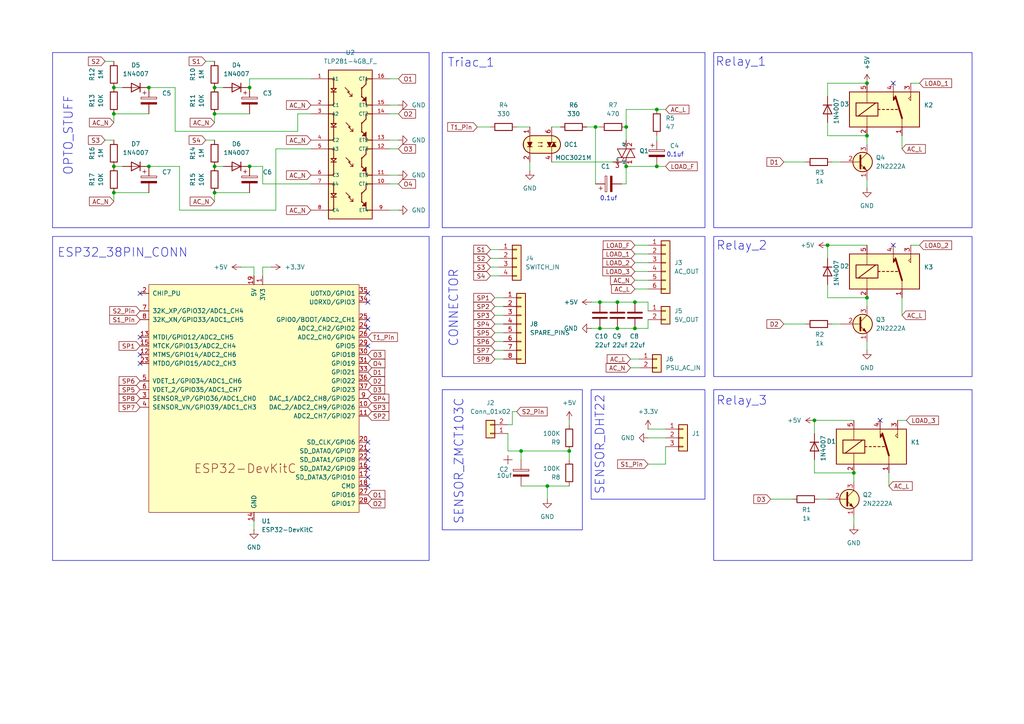
<source format=kicad_sch>
(kicad_sch (version 20231120) (generator "eeschema") (generator_version "8.0")
  (paper "A4")
  (junction (at 190.5 31.75))
  (junction (at 165.1 130.81))
  (junction (at 33.02 25.4))
  (junction (at 43.18 25.4))
  (junction (at 62.23 33.02))
  (junction (at 236.22 121.92))
  (junction (at 184.15 95.25))
  (junction (at 251.46 24.13))
  (junction (at 62.23 55.88))
  (junction (at 179.07 87.63))
  (junction (at 62.23 48.26))
  (junction (at 33.02 55.88))
  (junction (at 158.75 140.97))
  (junction (at 247.65 137.16))
  (junction (at 173.99 87.63))
  (junction (at 190.5 48.26))
  (junction (at 181.61 36.83))
  (junction (at 179.07 95.25))
  (junction (at 43.18 48.26))
  (junction (at 33.02 48.26))
  (junction (at 173.99 95.25))
  (junction (at 172.72 36.83))
  (junction (at 33.02 33.02))
  (junction (at 72.39 48.26))
  (junction (at 240.03 71.12))
  (junction (at 72.39 25.4))
  (junction (at 251.46 39.37))
  (junction (at 151.13 130.81))
  (junction (at 62.23 25.4))
  (junction (at 251.46 86.36))
  (junction (at 184.15 87.63))
  (junction (at 181.61 48.26))
  (no_connect (at 106.68 85.09))
  (no_connect (at 106.68 135.89))
  (no_connect (at 106.68 133.35))
  (no_connect (at 255.27 121.92))
  (no_connect (at 40.64 85.09))
  (no_connect (at 259.08 71.12))
  (no_connect (at 106.68 140.97))
  (no_connect (at 106.68 95.25))
  (no_connect (at 106.68 87.63))
  (no_connect (at 106.68 128.27))
  (no_connect (at 40.64 102.87))
  (no_connect (at 106.68 92.71))
  (no_connect (at 40.64 97.79))
  (no_connect (at 106.68 130.81))
  (no_connect (at 106.68 100.33))
  (no_connect (at 40.64 105.41))
  (no_connect (at 259.08 24.13))
  (no_connect (at 106.68 138.43))
  (wire (pts (xy 33.02 33.02) (xy 43.18 33.02)))
  (wire (pts (xy 240.03 27.94) (xy 240.03 24.13)))
  (wire (pts (xy 52.07 48.26) (xy 43.18 48.26)))
  (wire (pts (xy 113.03 43.18) (xy 115.57 43.18)))
  (wire (pts (xy 179.07 95.25) (xy 184.15 95.25)))
  (wire (pts (xy 236.22 137.16) (xy 247.65 137.16)))
  (wire (pts (xy 90.17 33.02) (xy 86.36 33.02)))
  (wire (pts (xy 33.02 55.88) (xy 33.02 58.42)))
  (wire (pts (xy 179.07 87.63) (xy 184.15 87.63)))
  (wire (pts (xy 143.51 86.36) (xy 146.05 86.36)))
  (wire (pts (xy 142.24 72.39) (xy 144.78 72.39)))
  (wire (pts (xy 33.02 25.4) (xy 35.56 25.4)))
  (wire (pts (xy 187.96 134.62) (xy 193.04 134.62)))
  (wire (pts (xy 62.23 33.02) (xy 62.23 35.56)))
  (wire (pts (xy 142.24 80.01) (xy 144.78 80.01)))
  (wire (pts (xy 165.1 130.81) (xy 165.1 133.35)))
  (wire (pts (xy 30.48 17.78) (xy 33.02 17.78)))
  (wire (pts (xy 251.46 86.36) (xy 251.46 88.9)))
  (wire (pts (xy 240.03 35.56) (xy 240.03 39.37)))
  (wire (pts (xy 113.03 30.48) (xy 115.57 30.48)))
  (wire (pts (xy 251.46 52.07) (xy 251.46 54.61)))
  (wire (pts (xy 72.39 22.86) (xy 72.39 25.4)))
  (wire (pts (xy 181.61 31.75) (xy 181.61 36.83)))
  (wire (pts (xy 151.13 140.97) (xy 158.75 140.97)))
  (wire (pts (xy 143.51 91.44) (xy 146.05 91.44)))
  (wire (pts (xy 247.65 149.86) (xy 247.65 152.4)))
  (wire (pts (xy 251.46 99.06) (xy 251.46 101.6)))
  (wire (pts (xy 181.61 36.83) (xy 181.61 40.64)))
  (wire (pts (xy 236.22 125.73) (xy 236.22 121.92)))
  (wire (pts (xy 240.03 74.93) (xy 240.03 71.12)))
  (wire (pts (xy 73.66 77.47) (xy 69.85 77.47)))
  (wire (pts (xy 113.03 22.86) (xy 115.57 22.86)))
  (wire (pts (xy 261.62 86.36) (xy 261.62 91.44)))
  (wire (pts (xy 76.2 53.34) (xy 76.2 48.26)))
  (wire (pts (xy 143.51 99.06) (xy 146.05 99.06)))
  (wire (pts (xy 182.88 104.14) (xy 185.42 104.14)))
  (wire (pts (xy 171.45 87.63) (xy 173.99 87.63)))
  (wire (pts (xy 261.62 39.37) (xy 261.62 43.18)))
  (wire (pts (xy 236.22 133.35) (xy 236.22 137.16)))
  (wire (pts (xy 151.13 130.81) (xy 165.1 130.81)))
  (wire (pts (xy 160.02 46.99) (xy 177.8 46.99)))
  (wire (pts (xy 153.67 46.99) (xy 153.67 49.53)))
  (wire (pts (xy 160.02 36.83) (xy 162.56 36.83)))
  (wire (pts (xy 223.52 144.78) (xy 229.87 144.78)))
  (wire (pts (xy 50.8 38.1) (xy 50.8 25.4)))
  (wire (pts (xy 59.69 40.64) (xy 62.23 40.64)))
  (wire (pts (xy 190.5 48.26) (xy 193.04 48.26)))
  (wire (pts (xy 190.5 39.37) (xy 190.5 40.64)))
  (wire (pts (xy 165.1 121.92) (xy 165.1 123.19)))
  (wire (pts (xy 184.15 95.25) (xy 187.96 95.25)))
  (wire (pts (xy 148.59 119.38) (xy 149.86 119.38)))
  (wire (pts (xy 264.16 71.12) (xy 266.7 71.12)))
  (wire (pts (xy 184.15 81.28) (xy 187.96 81.28)))
  (wire (pts (xy 172.72 36.83) (xy 172.72 53.34)))
  (wire (pts (xy 241.3 93.98) (xy 243.84 93.98)))
  (wire (pts (xy 170.18 36.83) (xy 172.72 36.83)))
  (wire (pts (xy 240.03 39.37) (xy 251.46 39.37)))
  (wire (pts (xy 184.15 76.2) (xy 187.96 76.2)))
  (wire (pts (xy 187.96 95.25) (xy 187.96 92.71)))
  (wire (pts (xy 158.75 140.97) (xy 165.1 140.97)))
  (wire (pts (xy 257.81 137.16) (xy 257.81 140.97)))
  (wire (pts (xy 142.24 77.47) (xy 144.78 77.47)))
  (wire (pts (xy 240.03 24.13) (xy 251.46 24.13)))
  (wire (pts (xy 52.07 60.96) (xy 52.07 48.26)))
  (wire (pts (xy 90.17 53.34) (xy 76.2 53.34)))
  (wire (pts (xy 73.66 151.13) (xy 73.66 153.67)))
  (wire (pts (xy 33.02 48.26) (xy 35.56 48.26)))
  (wire (pts (xy 143.51 101.6) (xy 146.05 101.6)))
  (wire (pts (xy 173.99 95.25) (xy 179.07 95.25)))
  (wire (pts (xy 187.96 124.46) (xy 193.04 124.46)))
  (wire (pts (xy 142.24 74.93) (xy 144.78 74.93)))
  (wire (pts (xy 113.03 60.96) (xy 115.57 60.96)))
  (wire (pts (xy 76.2 48.26) (xy 72.39 48.26)))
  (wire (pts (xy 184.15 78.74) (xy 187.96 78.74)))
  (wire (pts (xy 86.36 33.02) (xy 86.36 38.1)))
  (wire (pts (xy 227.33 93.98) (xy 233.68 93.98)))
  (wire (pts (xy 143.51 96.52) (xy 146.05 96.52)))
  (wire (pts (xy 190.5 31.75) (xy 193.04 31.75)))
  (wire (pts (xy 62.23 33.02) (xy 72.39 33.02)))
  (wire (pts (xy 33.02 33.02) (xy 33.02 35.56)))
  (wire (pts (xy 147.32 130.81) (xy 147.32 125.73)))
  (wire (pts (xy 86.36 38.1) (xy 50.8 38.1)))
  (wire (pts (xy 227.33 46.99) (xy 233.68 46.99)))
  (wire (pts (xy 236.22 121.92) (xy 247.65 121.92)))
  (wire (pts (xy 148.59 119.38) (xy 148.59 123.19)))
  (wire (pts (xy 73.66 80.01) (xy 73.66 77.47)))
  (wire (pts (xy 62.23 55.88) (xy 62.23 58.42)))
  (wire (pts (xy 184.15 73.66) (xy 187.96 73.66)))
  (wire (pts (xy 237.49 144.78) (xy 240.03 144.78)))
  (wire (pts (xy 78.74 77.47) (xy 76.2 77.47)))
  (wire (pts (xy 193.04 134.62) (xy 193.04 129.54)))
  (wire (pts (xy 52.07 60.96) (xy 80.01 60.96)))
  (wire (pts (xy 190.5 31.75) (xy 181.61 31.75)))
  (wire (pts (xy 59.69 17.78) (xy 62.23 17.78)))
  (wire (pts (xy 240.03 82.55) (xy 240.03 86.36)))
  (wire (pts (xy 33.02 55.88) (xy 43.18 55.88)))
  (wire (pts (xy 80.01 60.96) (xy 80.01 43.18)))
  (wire (pts (xy 241.3 46.99) (xy 243.84 46.99)))
  (wire (pts (xy 181.61 48.26) (xy 190.5 48.26)))
  (wire (pts (xy 148.59 123.19) (xy 147.32 123.19)))
  (wire (pts (xy 80.01 43.18) (xy 90.17 43.18)))
  (wire (pts (xy 149.86 36.83) (xy 153.67 36.83)))
  (wire (pts (xy 113.03 33.02) (xy 115.57 33.02)))
  (wire (pts (xy 184.15 87.63) (xy 187.96 87.63)))
  (wire (pts (xy 181.61 53.34) (xy 181.61 48.26)))
  (wire (pts (xy 247.65 137.16) (xy 247.65 139.7)))
  (wire (pts (xy 143.51 88.9) (xy 146.05 88.9)))
  (wire (pts (xy 240.03 71.12) (xy 251.46 71.12)))
  (wire (pts (xy 240.03 86.36) (xy 251.46 86.36)))
  (wire (pts (xy 62.23 48.26) (xy 64.77 48.26)))
  (wire (pts (xy 158.75 140.97) (xy 158.75 144.78)))
  (wire (pts (xy 184.15 83.82) (xy 187.96 83.82)))
  (wire (pts (xy 172.72 36.83) (xy 173.99 36.83)))
  (wire (pts (xy 113.03 53.34) (xy 115.57 53.34)))
  (wire (pts (xy 147.32 130.81) (xy 151.13 130.81)))
  (wire (pts (xy 184.15 71.12) (xy 187.96 71.12)))
  (wire (pts (xy 143.51 104.14) (xy 146.05 104.14)))
  (wire (pts (xy 64.77 25.4) (xy 62.23 25.4)))
  (wire (pts (xy 264.16 24.13) (xy 266.7 24.13)))
  (wire (pts (xy 113.03 40.64) (xy 115.57 40.64)))
  (wire (pts (xy 113.03 50.8) (xy 115.57 50.8)))
  (wire (pts (xy 30.48 40.64) (xy 33.02 40.64)))
  (wire (pts (xy 173.99 87.63) (xy 179.07 87.63)))
  (wire (pts (xy 187.96 87.63) (xy 187.96 90.17)))
  (wire (pts (xy 260.35 121.92) (xy 262.89 121.92)))
  (wire (pts (xy 151.13 130.81) (xy 151.13 133.35)))
  (wire (pts (xy 138.43 36.83) (xy 142.24 36.83)))
  (wire (pts (xy 180.34 53.34) (xy 181.61 53.34)))
  (wire (pts (xy 182.88 106.68) (xy 185.42 106.68)))
  (wire (pts (xy 62.23 55.88) (xy 72.39 55.88)))
  (wire (pts (xy 251.46 39.37) (xy 251.46 41.91)))
  (wire (pts (xy 90.17 22.86) (xy 72.39 22.86)))
  (wire (pts (xy 143.51 93.98) (xy 146.05 93.98)))
  (wire (pts (xy 76.2 77.47) (xy 76.2 80.01)))
  (wire (pts (xy 50.8 25.4) (xy 43.18 25.4)))
  (wire (pts (xy 187.96 127) (xy 193.04 127)))
  (wire (pts (xy 171.45 95.25) (xy 173.99 95.25)))
  (rectangle (start 128.27 68.58) (end 204.47 109.22))
  (rectangle (start 171.45 113.03) (end 204.47 144.78))
  (rectangle (start 15.24 15.24) (end 124.46 66.04))
  (rectangle (start 128.27 113.03) (end 168.91 153.67))
  (rectangle (start 15.24 68.58) (end 124.46 162.56))
  (rectangle (start 207.01 68.58) (end 281.94 109.22))
  (rectangle (start 207.01 113.03) (end 281.94 162.56))
  (rectangle (start 207.01 15.24) (end 281.94 66.04))
  (rectangle (start 128.27 15.24) (end 204.47 66.04))
  (text "SENSOR_DHT22" (at 173.99 129.032 90) (effects (font (size 2.54 2.54))))
  (text "0.1uf" (at 176.53 57.658 0) (effects (font (size 1.27 1.27))))
  (text "SENSOR_ZMCT103C" (at 133.096 133.858 90) (effects (font (size 2.54 2.54))))
  (text "OPTO_STUFF" (at 19.812 39.37 90) (effects (font (size 2.54 2.54))))
  (text "CONNECTOR" (at 131.572 89.408 90) (effects (font (size 2.54 2.54))))
  (text "0.1uf" (at 195.834 44.958 0) (effects (font (size 1.27 1.27))))
  (text "Relay_1" (at 214.884 18.034 0) (effects (font (size 2.54 2.54))))
  (text "Triac_1" (at 136.652 18.288 0) (effects (font (size 2.54 2.54))))
  (text "Relay_3" (at 215.138 116.332 0) (effects (font (size 2.54 2.54))))
  (text "ESP32_38PIN_CONN" (at 35.56 73.406 0) (effects (font (size 2.54 2.54))))
  (text "Relay_2\n" (at 215.138 71.374 0) (effects (font (size 2.54 2.54))))
  (global_label "LOAD_2" (shape input) (at 184.15 76.2 180) (property "Intersheetrefs" "${INTERSHEET_REFS}" (effects (hide yes))))
  (global_label "S1" (shape input) (at 59.69 17.78 180) (property "Intersheetrefs" "${INTERSHEET_REFS}" (effects (hide yes))))
  (global_label "SP7" (shape input) (at 40.64 118.11 180) (property "Intersheetrefs" "${INTERSHEET_REFS}" (effects (hide yes))))
  (global_label "S1" (shape input) (at 142.24 72.39 180) (property "Intersheetrefs" "${INTERSHEET_REFS}" (effects (hide yes))))
  (global_label "S2" (shape input) (at 30.48 17.78 180) (property "Intersheetrefs" "${INTERSHEET_REFS}" (effects (hide yes))))
  (global_label "AC_N" (shape input) (at 62.23 35.56 180) (property "Intersheetrefs" "${INTERSHEET_REFS}" (effects (hide yes))))
  (global_label "O2" (shape input) (at 115.57 33.02 0) (property "Intersheetrefs" "${INTERSHEET_REFS}" (effects (hide yes))))
  (global_label "AC_L" (shape input) (at 182.88 104.14 180) (property "Intersheetrefs" "${INTERSHEET_REFS}" (effects (hide yes))))
  (global_label "O4" (shape input) (at 106.68 105.41 0) (property "Intersheetrefs" "${INTERSHEET_REFS}" (effects (hide yes))))
  (global_label "D3" (shape input) (at 106.68 113.03 0) (property "Intersheetrefs" "${INTERSHEET_REFS}" (effects (hide yes))))
  (global_label "O4" (shape input) (at 115.57 53.34 0) (property "Intersheetrefs" "${INTERSHEET_REFS}" (effects (hide yes))))
  (global_label "D2" (shape input) (at 106.68 110.49 0) (property "Intersheetrefs" "${INTERSHEET_REFS}" (effects (hide yes))))
  (global_label "LOAD_2" (shape input) (at 266.7 71.12 0) (property "Intersheetrefs" "${INTERSHEET_REFS}" (effects (hide yes))))
  (global_label "AC_N" (shape input) (at 62.23 58.42 180) (property "Intersheetrefs" "${INTERSHEET_REFS}" (effects (hide yes))))
  (global_label "SP5" (shape input) (at 143.51 96.52 180) (property "Intersheetrefs" "${INTERSHEET_REFS}" (effects (hide yes))))
  (global_label "SP3" (shape input) (at 106.68 118.11 0) (property "Intersheetrefs" "${INTERSHEET_REFS}" (effects (hide yes))))
  (global_label "D1" (shape input) (at 227.33 46.99 180) (property "Intersheetrefs" "${INTERSHEET_REFS}" (effects (hide yes))))
  (global_label "O3" (shape input) (at 115.57 43.18 0) (property "Intersheetrefs" "${INTERSHEET_REFS}" (effects (hide yes))))
  (global_label "AC_N" (shape input) (at 90.17 50.8 180) (property "Intersheetrefs" "${INTERSHEET_REFS}" (effects (hide yes))))
  (global_label "SP3" (shape input) (at 143.51 91.44 180) (property "Intersheetrefs" "${INTERSHEET_REFS}" (effects (hide yes))))
  (global_label "SP2" (shape input) (at 106.68 120.65 0) (property "Intersheetrefs" "${INTERSHEET_REFS}" (effects (hide yes))))
  (global_label "AC_L" (shape input) (at 261.62 91.44 0) (property "Intersheetrefs" "${INTERSHEET_REFS}" (effects (hide yes))))
  (global_label "AC_N" (shape input) (at 90.17 40.64 180) (property "Intersheetrefs" "${INTERSHEET_REFS}" (effects (hide yes))))
  (global_label "SP1" (shape input) (at 143.51 86.36 180) (property "Intersheetrefs" "${INTERSHEET_REFS}" (effects (hide yes))))
  (global_label "LOAD_F" (shape input) (at 193.04 48.26 0) (property "Intersheetrefs" "${INTERSHEET_REFS}" (effects (hide yes))))
  (global_label "SP6" (shape input) (at 40.64 110.49 180) (property "Intersheetrefs" "${INTERSHEET_REFS}" (effects (hide yes))))
  (global_label "AC_L" (shape input) (at 257.81 140.97 0) (property "Intersheetrefs" "${INTERSHEET_REFS}" (effects (hide yes))))
  (global_label "S1_Pin" (shape input) (at 187.96 134.62 180) (property "Intersheetrefs" "${INTERSHEET_REFS}" (effects (hide yes))))
  (global_label "AC_N" (shape input) (at 33.02 35.56 180) (property "Intersheetrefs" "${INTERSHEET_REFS}" (effects (hide yes))))
  (global_label "SP5" (shape input) (at 40.64 113.03 180) (property "Intersheetrefs" "${INTERSHEET_REFS}" (effects (hide yes))))
  (global_label "AC_N" (shape input) (at 184.15 81.28 180) (property "Intersheetrefs" "${INTERSHEET_REFS}" (effects (hide yes))))
  (global_label "S2" (shape input) (at 142.24 74.93 180) (property "Intersheetrefs" "${INTERSHEET_REFS}" (effects (hide yes))))
  (global_label "AC_L" (shape input) (at 184.15 83.82 180) (property "Intersheetrefs" "${INTERSHEET_REFS}" (effects (hide yes))))
  (global_label "SP7" (shape input) (at 143.51 101.6 180) (property "Intersheetrefs" "${INTERSHEET_REFS}" (effects (hide yes))))
  (global_label "SP4" (shape input) (at 143.51 93.98 180) (property "Intersheetrefs" "${INTERSHEET_REFS}" (effects (hide yes))))
  (global_label "SP8" (shape input) (at 143.51 104.14 180) (property "Intersheetrefs" "${INTERSHEET_REFS}" (effects (hide yes))))
  (global_label "LOAD_3" (shape input) (at 184.15 78.74 180) (property "Intersheetrefs" "${INTERSHEET_REFS}" (effects (hide yes))))
  (global_label "O1" (shape input) (at 106.68 143.51 0) (property "Intersheetrefs" "${INTERSHEET_REFS}" (effects (hide yes))))
  (global_label "O2" (shape input) (at 106.68 146.05 0) (property "Intersheetrefs" "${INTERSHEET_REFS}" (effects (hide yes))))
  (global_label "AC_L" (shape input) (at 193.04 31.75 0) (property "Intersheetrefs" "${INTERSHEET_REFS}" (effects (hide yes))))
  (global_label "S3" (shape input) (at 142.24 77.47 180) (property "Intersheetrefs" "${INTERSHEET_REFS}" (effects (hide yes))))
  (global_label "SP8" (shape input) (at 40.64 115.57 180) (property "Intersheetrefs" "${INTERSHEET_REFS}" (effects (hide yes))))
  (global_label "SP1" (shape input) (at 40.64 100.33 180) (property "Intersheetrefs" "${INTERSHEET_REFS}" (effects (hide yes))))
  (global_label "S4" (shape input) (at 142.24 80.01 180) (property "Intersheetrefs" "${INTERSHEET_REFS}" (effects (hide yes))))
  (global_label "AC_N" (shape input) (at 90.17 30.48 180) (property "Intersheetrefs" "${INTERSHEET_REFS}" (effects (hide yes))))
  (global_label "LOAD_F" (shape input) (at 184.15 71.12 180) (property "Intersheetrefs" "${INTERSHEET_REFS}" (effects (hide yes))))
  (global_label "LOAD_1" (shape input) (at 184.15 73.66 180) (property "Intersheetrefs" "${INTERSHEET_REFS}" (effects (hide yes))))
  (global_label "AC_N" (shape input) (at 33.02 58.42 180) (property "Intersheetrefs" "${INTERSHEET_REFS}" (effects (hide yes))))
  (global_label "O3" (shape input) (at 106.68 102.87 0) (property "Intersheetrefs" "${INTERSHEET_REFS}" (effects (hide yes))))
  (global_label "AC_N" (shape input) (at 182.88 106.68 180) (property "Intersheetrefs" "${INTERSHEET_REFS}" (effects (hide yes))))
  (global_label "S2_Pin" (shape input) (at 149.86 119.38 0) (property "Intersheetrefs" "${INTERSHEET_REFS}" (effects (hide yes))))
  (global_label "LOAD_1" (shape input) (at 266.7 24.13 0) (property "Intersheetrefs" "${INTERSHEET_REFS}" (effects (hide yes))))
  (global_label "SP4" (shape input) (at 106.68 115.57 0) (property "Intersheetrefs" "${INTERSHEET_REFS}" (effects (hide yes))))
  (global_label "T1_Pin" (shape input) (at 138.43 36.83 180) (property "Intersheetrefs" "${INTERSHEET_REFS}" (effects (hide yes))))
  (global_label "S1_Pin" (shape input) (at 40.64 92.71 180) (property "Intersheetrefs" "${INTERSHEET_REFS}" (effects (hide yes))))
  (global_label "SP6" (shape input) (at 143.51 99.06 180) (property "Intersheetrefs" "${INTERSHEET_REFS}" (effects (hide yes))))
  (global_label "S2_Pin" (shape input) (at 40.64 90.17 180) (property "Intersheetrefs" "${INTERSHEET_REFS}" (effects (hide yes))))
  (global_label "D3" (shape input) (at 223.52 144.78 180) (property "Intersheetrefs" "${INTERSHEET_REFS}" (effects (hide yes))))
  (global_label "AC_L" (shape input) (at 261.62 43.18 0) (property "Intersheetrefs" "${INTERSHEET_REFS}" (effects (hide yes))))
  (global_label "AC_N" (shape input) (at 90.17 60.96 180) (property "Intersheetrefs" "${INTERSHEET_REFS}" (effects (hide yes))))
  (global_label "D1" (shape input) (at 106.68 107.95 0) (property "Intersheetrefs" "${INTERSHEET_REFS}" (effects (hide yes))))
  (global_label "D2" (shape input) (at 227.33 93.98 180) (property "Intersheetrefs" "${INTERSHEET_REFS}" (effects (hide yes))))
  (global_label "T1_Pin" (shape input) (at 106.68 97.79 0) (property "Intersheetrefs" "${INTERSHEET_REFS}" (effects (hide yes))))
  (global_label "LOAD_3" (shape input) (at 262.89 121.92 0) (property "Intersheetrefs" "${INTERSHEET_REFS}" (effects (hide yes))))
  (global_label "S3" (shape input) (at 30.48 40.64 180) (property "Intersheetrefs" "${INTERSHEET_REFS}" (effects (hide yes))))
  (global_label "O1" (shape input) (at 115.57 22.86 0) (property "Intersheetrefs" "${INTERSHEET_REFS}" (effects (hide yes))))
  (global_label "S4" (shape input) (at 59.69 40.64 180) (property "Intersheetrefs" "${INTERSHEET_REFS}" (effects (hide yes))))
  (global_label "SP2" (shape input) (at 143.51 88.9 180) (property "Intersheetrefs" "${INTERSHEET_REFS}" (effects (hide yes))))
  (symbol (lib_id "power:+3.3V") (at 187.96 124.46 0) (unit 1)
    (property "Reference" "#PWR09" (effects (hide yes)))
    (property "Value" "+3.3V" (at 187.96 119.38 0))
    (property "Description" "Power symbol creates a global label with name \"+3.3V\"" (effects (hide yes)))
  )
  (symbol (lib_id "PCM_Transistor_BJT_AKL:2N2222A") (at 248.92 93.98 0) (unit 1)
    (property "Reference" "Q3" (at 254 92.7099 0) (effects (justify left)))
    (property "Value" "2N2222A" (at 254 95.2499 0) (effects (justify left)))
    (property "Footprint" "PCM_Package_TO_SOT_THT_AKL:TO-18-3_EBC" (effects (hide yes)))
    (property "Datasheet" "https://www.st.com/resource/en/datasheet/cd00003223.pdf" (effects (hide yes)))
    (property "Description" "NPN TO-18 transistor, 40V, 0.6A, 500mW, Alternate KiCAD Library" (effects (hide yes)))
  )
  (symbol (lib_id "Diode:1N4007") (at 68.58 25.4 180) (unit 1)
    (property "Reference" "D4" (at 68.58 18.8918 0))
    (property "Value" "1N4007" (at 68.58 21.4318 0))
    (property "Footprint" "Diode_THT:D_DO-41_SOD81_P10.16mm_Horizontal" (effects (hide yes)))
    (property "Datasheet" "http://www.vishay.com/docs/88503/1n4001.pdf" (effects (hide yes)))
    (property "Description" "1000V 1A General Purpose Rectifier Diode, DO-41" (effects (hide yes)))
    (property "Sim.Pins" "1=K 2=A" (effects (hide yes)))
  )
  (symbol (lib_id "power:+5V") (at 251.46 24.13 0) (unit 1)
    (property "Reference" "#PWR04" (effects (hide yes)))
    (property "Value" "+5V" (at 251.4601 20.32 90) (effects (justify left)))
    (property "Description" "Power symbol creates a global label with name \"+5V\"" (effects (hide yes)))
  )
  (symbol (lib_id "PCM_Resistor_AKL:R_1206") (at 62.23 44.45 180) (unit 1)
    (property "Reference" "R14" (at 55.88 44.45 90))
    (property "Value" "1M" (at 58.42 44.45 90))
    (property "Footprint" "PCM_Resistor_SMD_AKL:R_1206_3216Metric" (effects (hide yes)))
    (property "Description" "SMD 1206 Chip Resistor, European Symbol, Alternate KiCad Library" (effects (hide yes)))
  )
  (symbol (lib_id "power:GND") (at 251.46 101.6 0) (unit 1)
    (property "Reference" "#PWR02" (effects (hide yes)))
    (property "Value" "GND" (at 251.46 106.68 0))
    (property "Description" "Power symbol creates a global label with name \"GND\" , ground" (effects (hide yes)))
  )
  (symbol (lib_id "power:GND") (at 171.45 95.25 270) (unit 1)
    (property "Reference" "#PWR012" (effects (hide yes)))
    (property "Value" "GND" (at 167.64 95.2499 90) (effects (justify right)))
    (property "Description" "Power symbol creates a global label with name \"GND\" , ground" (effects (hide yes)))
  )
  (symbol (lib_id "PCM_Resistor_AKL:R_1206") (at 237.49 46.99 270) (unit 1)
    (property "Reference" "R3" (at 237.744 50.038 90))
    (property "Value" "1k" (at 237.744 52.578 90))
    (property "Footprint" "PCM_Resistor_SMD_AKL:R_1206_3216Metric" (effects (hide yes)))
    (property "Description" "SMD 1206 Chip Resistor, European Symbol, Alternate KiCad Library" (effects (hide yes)))
  )
  (symbol (lib_id "power:+5V") (at 171.45 87.63 90) (unit 1)
    (property "Reference" "#PWR013" (effects (hide yes)))
    (property "Value" "+5V" (at 167.64 87.6299 90) (effects (justify left)))
    (property "Description" "Power symbol creates a global label with name \"+5V\"" (effects (hide yes)))
  )
  (symbol (lib_id "PCM_Resistor_AKL:R_1206") (at 190.5 35.56 180) (unit 1)
    (property "Reference" "R5" (at 193.04 34.2899 0) (effects (justify right)))
    (property "Value" "47" (at 193.04 36.8299 0) (effects (justify right)))
    (property "Footprint" "PCM_Resistor_SMD_AKL:R_1206_3216Metric" (effects (hide yes)))
    (property "Description" "SMD 1206 Chip Resistor, European Symbol, Alternate KiCad Library" (effects (hide yes)))
  )
  (symbol (lib_id "PCM_Resistor_AKL:R_1206") (at 33.02 52.07 180) (unit 1)
    (property "Reference" "R17" (at 26.67 52.07 90))
    (property "Value" "10K" (at 29.21 52.07 90))
    (property "Footprint" "PCM_Resistor_SMD_AKL:R_1206_3216Metric" (effects (hide yes)))
    (property "Description" "SMD 1206 Chip Resistor, European Symbol, Alternate KiCad Library" (effects (hide yes)))
  )
  (symbol (lib_id "Connector_Generic:Conn_01x02") (at 193.04 90.17 0) (unit 1)
    (property "Reference" "J5" (at 195.58 90.1699 0) (effects (justify left)))
    (property "Value" "5V_OUT" (at 195.58 92.7099 0) (effects (justify left)))
    (property "Footprint" "Connector_PinSocket_2.54mm:PinSocket_1x02_P2.54mm_Vertical" (effects (hide yes)))
    (property "Description" "Generic connector, single row, 01x02, script generated (kicad-library-utils/schlib/autogen/connector/)" (effects (hide yes)))
  )
  (symbol (lib_id "PCM_Capacitor_AKL:C_1206") (at 173.99 91.44 0) (unit 1)
    (property "Reference" "C10" (at 172.466 97.536 0) (effects (justify left)))
    (property "Value" "22uf" (at 172.466 100.076 0) (effects (justify left)))
    (property "Footprint" "PCM_Capacitor_SMD_AKL:C_1206_3216Metric" (effects (hide yes)))
    (property "Description" "SMD 1206 MLCC capacitor, Alternate KiCad Library" (effects (hide yes)))
  )
  (symbol (lib_id "PCM_Resistor_AKL:R_1206") (at 33.02 21.59 180) (unit 1)
    (property "Reference" "R12" (at 26.67 21.59 90))
    (property "Value" "1M" (at 29.21 21.59 90))
    (property "Footprint" "PCM_Resistor_SMD_AKL:R_1206_3216Metric" (effects (hide yes)))
    (property "Description" "SMD 1206 Chip Resistor, European Symbol, Alternate KiCad Library" (effects (hide yes)))
  )
  (symbol (lib_id "PCM_Transistor_BJT_AKL:2N2222A") (at 248.92 46.99 0) (unit 1)
    (property "Reference" "Q4" (at 254 45.7199 0) (effects (justify left)))
    (property "Value" "2N2222A" (at 254 48.2599 0) (effects (justify left)))
    (property "Footprint" "PCM_Package_TO_SOT_THT_AKL:TO-18-3_EBC" (effects (hide yes)))
    (property "Datasheet" "https://www.st.com/resource/en/datasheet/cd00003223.pdf" (effects (hide yes)))
    (property "Description" "NPN TO-18 transistor, 40V, 0.6A, 500mW, Alternate KiCAD Library" (effects (hide yes)))
  )
  (symbol (lib_id "Diode:1N4007") (at 68.58 48.26 180) (unit 1)
    (property "Reference" "D6" (at 68.58 41.7518 0))
    (property "Value" "1N4007" (at 68.58 44.2918 0))
    (property "Footprint" "Diode_THT:D_DO-41_SOD81_P10.16mm_Horizontal" (effects (hide yes)))
    (property "Datasheet" "http://www.vishay.com/docs/88503/1n4001.pdf" (effects (hide yes)))
    (property "Description" "1000V 1A General Purpose Rectifier Diode, DO-41" (effects (hide yes)))
    (property "Sim.Pins" "1=K 2=A" (effects (hide yes)))
  )
  (symbol (lib_id "Connector_Generic:Conn_01x02") (at 142.24 125.73 180) (unit 1)
    (property "Reference" "J2" (at 142.24 116.84 0))
    (property "Value" "Conn_01x02" (at 142.24 119.38 0))
    (property "Footprint" "Connector_PinSocket_2.54mm:PinSocket_1x02_P2.54mm_Vertical" (effects (hide yes)))
    (property "Description" "Generic connector, single row, 01x02, script generated (kicad-library-utils/schlib/autogen/connector/)" (effects (hide yes)))
  )
  (symbol (lib_id "PCM_Resistor_AKL:R_1206") (at 165.1 137.16 0) (unit 1)
    (property "Reference" "R8" (at 162.56 138.4301 0) (effects (justify right)))
    (property "Value" "100K" (at 162.56 135.8901 0) (effects (justify right)))
    (property "Footprint" "PCM_Resistor_SMD_AKL:R_1206_3216Metric" (effects (hide yes)))
    (property "Description" "SMD 1206 Chip Resistor, European Symbol, Alternate KiCad Library" (effects (hide yes)))
  )
  (symbol (lib_id "Connector_Generic:Conn_01x04") (at 149.86 74.93 0) (unit 1)
    (property "Reference" "J4" (at 152.4 74.9299 0) (effects (justify left)))
    (property "Value" "SWITCH_IN" (at 152.4 77.4699 0) (effects (justify left)))
    (property "Footprint" "Connector_PinSocket_2.54mm:PinSocket_1x04_P2.54mm_Vertical" (effects (hide yes)))
    (property "Description" "Generic connector, single row, 01x04, script generated (kicad-library-utils/schlib/autogen/connector/)" (effects (hide yes)))
  )
  (symbol (lib_id "PCM_Capacitor_AKL:CP_Axial_L10.0mm_D4.5mm_P15.00mm") (at 176.53 53.34 90) (unit 1)
    (property "Reference" "C1" (at 175.641 48.26 90))
    (property "Value" "CP_Axial_L10.0mm_D4.5mm_P15.00mm" (effects (hide yes)))
    (property "Footprint" "Xicor_Custom stuff:Axial_Capacitor_P10mm_W4.5mm" (effects (hide yes)))
    (property "Description" "THT Axial Electrolytic Capacitor, 10.0mm Length, 4.5mm Diameter, 15.00mm Pitch, European Symbol, Alternate KiCad Library" (effects (hide yes)))
  )
  (symbol (lib_id "PCM_Capacitor_AKL:C_1206") (at 179.07 91.44 0) (unit 1)
    (property "Reference" "C9" (at 177.546 97.536 0) (effects (justify left)))
    (property "Value" "22uf" (at 177.546 100.076 0) (effects (justify left)))
    (property "Footprint" "PCM_Capacitor_SMD_AKL:C_1206_3216Metric" (effects (hide yes)))
    (property "Description" "SMD 1206 MLCC capacitor, Alternate KiCad Library" (effects (hide yes)))
  )
  (symbol (lib_id "power:GND") (at 187.96 127 270) (unit 1)
    (property "Reference" "#PWR08" (effects (hide yes)))
    (property "Value" "GND" (at 184.15 126.9999 90) (effects (justify right)))
    (property "Description" "Power symbol creates a global label with name \"GND\" , ground" (effects (hide yes)))
  )
  (symbol (lib_id "TLP281-4GB_F_:TLP281-4GB_F_") (at 100.33 40.64 0) (unit 1)
    (property "Reference" "U2" (at 101.6 15.24 0))
    (property "Value" "TLP281-4GB_F_" (at 101.6 17.78 0))
    (property "Footprint" "Xicor_Custom stuff:SOIC127P700X210-16N" (effects (hide yes)))
    (property "MF" "Toshiba" (effects (hide yes)))
    (property "SNAPEDA_PACKAGE_ID" "7439" (effects (hide yes)))
    (property "Package" "SOP-16 Toshiba" (effects (hide yes)))
    (property "Price" "None" (effects (hide yes)))
    (property "Check_prices" "https://www.snapeda.com/parts/TLP281-4GB(F)/Toshiba/view-part/?ref=eda" (effects (hide yes)))
    (property "STANDARD" "IPC7351B" (effects (hide yes)))
    (property "SnapEDA_Link" "https://www.snapeda.com/parts/TLP281-4GB(F)/Toshiba/view-part/?ref=snap" (effects (hide yes)))
    (property "MP" "TLP281-4GB(F)" (effects (hide yes)))
    (property "Description_1" "\n                        \n                            Optocoupler DC-IN 4-CH Transistor DC-OUT 16-Pin SOP\n                        \n" (effects (hide yes)))
    (property "Availability" "Not in stock" (effects (hide yes)))
    (property "MANUFACTURER" "Toshiba" (effects (hide yes)))
  )
  (symbol (lib_id "PCM_Resistor_AKL:R_1206") (at 62.23 21.59 180) (unit 1)
    (property "Reference" "R10" (at 55.88 21.59 90))
    (property "Value" "1M" (at 58.42 21.59 90))
    (property "Footprint" "PCM_Resistor_SMD_AKL:R_1206_3216Metric" (effects (hide yes)))
    (property "Description" "SMD 1206 Chip Resistor, European Symbol, Alternate KiCad Library" (effects (hide yes)))
  )
  (symbol (lib_id "PCM_Resistor_AKL:R_1206") (at 177.8 36.83 270) (unit 1)
    (property "Reference" "R7" (at 177.8 30.48 90))
    (property "Value" "470" (at 177.8 33.02 90))
    (property "Footprint" "PCM_Resistor_SMD_AKL:R_1206_3216Metric" (effects (hide yes)))
    (property "Description" "SMD 1206 Chip Resistor, European Symbol, Alternate KiCad Library" (effects (hide yes)))
  )
  (symbol (lib_id "PCM_Resistor_AKL:R_1206") (at 62.23 29.21 180) (unit 1)
    (property "Reference" "R11" (at 55.88 29.21 90))
    (property "Value" "10K" (at 58.42 29.21 90))
    (property "Footprint" "PCM_Resistor_SMD_AKL:R_1206_3216Metric" (effects (hide yes)))
    (property "Description" "SMD 1206 Chip Resistor, European Symbol, Alternate KiCad Library" (effects (hide yes)))
  )
  (symbol (lib_id "power:GND") (at 115.57 30.48 90) (unit 1)
    (property "Reference" "#PWR014" (effects (hide yes)))
    (property "Value" "GND" (at 119.38 30.4799 90) (effects (justify right)))
    (property "Description" "Power symbol creates a global label with name \"GND\" , ground" (effects (hide yes)))
  )
  (symbol (lib_id "Diode:1N4007") (at 240.03 31.75 270) (unit 1)
    (property "Reference" "D3" (at 243.586 30.226 90) (effects (justify left)))
    (property "Value" "1N4007" (at 242.57 28.448 0) (effects (justify left)))
    (property "Footprint" "Diode_THT:D_DO-41_SOD81_P10.16mm_Horizontal" (effects (hide yes)))
    (property "Datasheet" "http://www.vishay.com/docs/88503/1n4001.pdf" (effects (hide yes)))
    (property "Description" "1000V 1A General Purpose Rectifier Diode, DO-41" (effects (hide yes)))
    (property "Sim.Device" "D" (effects (hide yes)))
    (property "Sim.Pins" "1=K 2=A" (effects (hide yes)))
  )
  (symbol (lib_id "Triac_Thyristor:BT136-600") (at 181.61 44.45 0) (unit 1)
    (property "Reference" "Q1" (at 185.42 43.7641 0) (effects (justify left)))
    (property "Value" "BT136-600" (effects (hide yes)))
    (property "Footprint" "Package_TO_SOT_THT:TO-220-3_Vertical" (effects (hide yes)))
    (property "Datasheet" "http://www.micropik.com/PDF/BT136-600.pdf" (effects (hide yes)))
    (property "Description" "4A RMS, 500V Off-State Voltage, Triac, TO-220" (effects (hide yes)))
  )
  (symbol (lib_id "PCM_Resistor_AKL:R_1206") (at 166.37 36.83 270) (unit 1)
    (property "Reference" "R6" (at 166.37 30.48 90))
    (property "Value" "330" (at 166.37 33.02 90))
    (property "Footprint" "PCM_Resistor_SMD_AKL:R_1206_3216Metric" (effects (hide yes)))
    (property "Description" "SMD 1206 Chip Resistor, European Symbol, Alternate KiCad Library" (effects (hide yes)))
  )
  (symbol (lib_id "Diode:1N4007") (at 236.22 129.54 270) (unit 1)
    (property "Reference" "D1" (at 239.776 128.016 90) (effects (justify left)))
    (property "Value" "1N4007" (at 238.76 126.238 0) (effects (justify left)))
    (property "Footprint" "Diode_THT:D_DO-41_SOD81_P10.16mm_Horizontal" (effects (hide yes)))
    (property "Datasheet" "http://www.vishay.com/docs/88503/1n4001.pdf" (effects (hide yes)))
    (property "Description" "1000V 1A General Purpose Rectifier Diode, DO-41" (effects (hide yes)))
    (property "Sim.Device" "D" (effects (hide yes)))
    (property "Sim.Pins" "1=K 2=A" (effects (hide yes)))
  )
  (symbol (lib_id "PCM_Resistor_AKL:R_1206") (at 33.02 44.45 180) (unit 1)
    (property "Reference" "R16" (at 26.67 44.45 90))
    (property "Value" "1M" (at 29.21 44.45 90))
    (property "Footprint" "PCM_Resistor_SMD_AKL:R_1206_3216Metric" (effects (hide yes)))
    (property "Description" "SMD 1206 Chip Resistor, European Symbol, Alternate KiCad Library" (effects (hide yes)))
  )
  (symbol (lib_id "Diode:1N4007") (at 39.37 48.26 180) (unit 1)
    (property "Reference" "D7" (at 39.37 41.7518 0))
    (property "Value" "1N4007" (at 39.37 44.2918 0))
    (property "Footprint" "Diode_THT:D_DO-41_SOD81_P10.16mm_Horizontal" (effects (hide yes)))
    (property "Datasheet" "http://www.vishay.com/docs/88503/1n4001.pdf" (effects (hide yes)))
    (property "Description" "1000V 1A General Purpose Rectifier Diode, DO-41" (effects (hide yes)))
    (property "Sim.Pins" "1=K 2=A" (effects (hide yes)))
  )
  (symbol (lib_id "PCM_Transistor_BJT_AKL:2N2222A") (at 245.11 144.78 0) (unit 1)
    (property "Reference" "Q2" (at 250.19 143.5099 0) (effects (justify left)))
    (property "Value" "2N2222A" (at 250.19 146.0499 0) (effects (justify left)))
    (property "Footprint" "PCM_Package_TO_SOT_THT_AKL:TO-18-3_EBC" (effects (hide yes)))
    (property "Datasheet" "https://www.st.com/resource/en/datasheet/cd00003223.pdf" (effects (hide yes)))
    (property "Description" "NPN TO-18 transistor, 40V, 0.6A, 500mW, Alternate KiCAD Library" (effects (hide yes)))
  )
  (symbol (lib_id "Relay:SANYOU_SRD_Form_C") (at 256.54 78.74 0) (unit 1)
    (property "Reference" "K3" (at 267.97 77.4699 0) (effects (justify left)))
    (property "Value" "10A cube relay" (effects (hide yes)))
    (property "Footprint" "Relay_THT:Relay_SPDT_SANYOU_SRD_Series_Form_C" (effects (hide yes)))
    (property "Datasheet" "http://www.sanyourelay.ca/public/products/pdf/SRD.pdf" (effects (hide yes)))
    (property "Description" "Sanyo SRD relay, Single Pole Miniature Power Relay," (effects (hide yes)))
  )
  (symbol (lib_id "PCM_Capacitor_AKL:CP_Axial_L10.0mm_D4.5mm_P15.00mm") (at 43.18 29.21 0) (unit 1)
    (property "Reference" "C5" (at 46.99 27.0509 0) (effects (justify left)))
    (property "Value" "CP_Axial_L10.0mm_D4.5mm_P15.00mm" (effects (hide yes)))
    (property "Footprint" "Xicor_Custom stuff:Axial_Capacitor_P10mm_W4.5mm" (effects (hide yes)))
    (property "Description" "THT Axial Electrolytic Capacitor, 10.0mm Length, 4.5mm Diameter, 15.00mm Pitch, European Symbol, Alternate KiCad Library" (effects (hide yes)))
  )
  (symbol (lib_id "power:GND") (at 251.46 54.61 0) (unit 1)
    (property "Reference" "#PWR03" (effects (hide yes)))
    (property "Value" "GND" (at 251.46 59.69 0))
    (property "Description" "Power symbol creates a global label with name \"GND\" , ground" (effects (hide yes)))
  )
  (symbol (lib_id "PCM_Resistor_AKL:R_1206") (at 62.23 52.07 180) (unit 1)
    (property "Reference" "R15" (at 55.88 52.07 90))
    (property "Value" "10K" (at 58.42 52.07 90))
    (property "Footprint" "PCM_Resistor_SMD_AKL:R_1206_3216Metric" (effects (hide yes)))
    (property "Description" "SMD 1206 Chip Resistor, European Symbol, Alternate KiCad Library" (effects (hide yes)))
  )
  (symbol (lib_id "PCM_Resistor_AKL:R_1206") (at 233.68 144.78 270) (unit 1)
    (property "Reference" "R1" (at 233.934 147.828 90))
    (property "Value" "1k" (at 233.934 150.368 90))
    (property "Footprint" "PCM_Resistor_SMD_AKL:R_1206_3216Metric" (effects (hide yes)))
    (property "Description" "SMD 1206 Chip Resistor, European Symbol, Alternate KiCad Library" (effects (hide yes)))
  )
  (symbol (lib_id "power:+5V") (at 236.22 121.92 90) (unit 1)
    (property "Reference" "#PWR06" (effects (hide yes)))
    (property "Value" "+5V" (at 232.41 121.9199 90) (effects (justify left)))
    (property "Description" "Power symbol creates a global label with name \"+5V\"" (effects (hide yes)))
  )
  (symbol (lib_id "PCM_Resistor_AKL:R_1206") (at 165.1 127 0) (unit 1)
    (property "Reference" "R9" (at 162.56 128.2701 0) (effects (justify right)))
    (property "Value" "100K" (at 162.56 125.7301 0) (effects (justify right)))
    (property "Footprint" "PCM_Resistor_SMD_AKL:R_1206_3216Metric" (effects (hide yes)))
    (property "Description" "SMD 1206 Chip Resistor, European Symbol, Alternate KiCad Library" (effects (hide yes)))
  )
  (symbol (lib_id "Connector_Generic:Conn_01x02") (at 190.5 104.14 0) (unit 1)
    (property "Reference" "J6" (at 193.04 104.1399 0) (effects (justify left)))
    (property "Value" "PSU_AC_IN" (at 193.04 106.6799 0) (effects (justify left)))
    (property "Footprint" "Connector_PinSocket_2.54mm:PinSocket_1x02_P2.54mm_Vertical" (effects (hide yes)))
    (property "Description" "Generic connector, single row, 01x02, script generated (kicad-library-utils/schlib/autogen/connector/)" (effects (hide yes)))
  )
  (symbol (lib_id "Diode:1N4007") (at 39.37 25.4 180) (unit 1)
    (property "Reference" "D5" (at 39.37 18.8918 0))
    (property "Value" "1N4007" (at 39.37 21.4318 0))
    (property "Footprint" "Diode_THT:D_DO-41_SOD81_P10.16mm_Horizontal" (effects (hide yes)))
    (property "Datasheet" "http://www.vishay.com/docs/88503/1n4001.pdf" (effects (hide yes)))
    (property "Description" "1000V 1A General Purpose Rectifier Diode, DO-41" (effects (hide yes)))
    (property "Sim.Pins" "1=K 2=A" (effects (hide yes)))
  )
  (symbol (lib_id "PCM_Optocoupler_Triac_AKL:MOC3021M") (at 156.21 41.91 0) (unit 1)
    (property "Reference" "OC1" (at 163.576 41.91 0) (effects (justify left)))
    (property "Value" "MOC3021M" (at 161.036 45.72 0) (effects (justify left)))
    (property "Footprint" "PCM_Package_DIP_AKL:DIP-6_W7.62mm_LongPads" (effects (hide yes)))
    (property "Datasheet" "https://www.tme.eu/Document/4c07e045ed4ac191018a957800b78b20/MOC3023M.pdf" (effects (hide yes)))
    (property "Description" "DIP-6 Optocoupler, Phototriac output, 5.3kV, 400V, Alternate KiCAD Library" (effects (hide yes)))
  )
  (symbol (lib_id "power:+5V") (at 165.1 121.92 0) (unit 1)
    (property "Reference" "#PWR010" (effects (hide yes)))
    (property "Value" "+5V" (at 165.1 116.84 0))
    (property "Description" "Power symbol creates a global label with name \"+5V\"" (effects (hide yes)))
  )
  (symbol (lib_id "power:+5V") (at 240.03 71.12 90) (unit 1)
    (property "Reference" "#PWR05" (effects (hide yes)))
    (property "Value" "+5V" (at 236.22 71.1199 90) (effects (justify left)))
    (property "Description" "Power symbol creates a global label with name \"+5V\"" (effects (hide yes)))
  )
  (symbol (lib_id "PCM_Capacitor_AKL:CP_Axial_L10.0mm_D4.5mm_P15.00mm") (at 72.39 29.21 0) (unit 1)
    (property "Reference" "C3" (at 76.2 27.0509 0) (effects (justify left)))
    (property "Value" "CP_Axial_L10.0mm_D4.5mm_P15.00mm" (effects (hide yes)))
    (property "Footprint" "Xicor_Custom stuff:Axial_Capacitor_P10mm_W4.5mm" (effects (hide yes)))
    (property "Description" "THT Axial Electrolytic Capacitor, 10.0mm Length, 4.5mm Diameter, 15.00mm Pitch, European Symbol, Alternate KiCad Library" (effects (hide yes)))
  )
  (symbol (lib_id "PCM_Resistor_AKL:R_1206") (at 146.05 36.83 90) (unit 1)
    (property "Reference" "R4" (at 146.05 30.48 90))
    (property "Value" "330" (at 146.05 33.02 90))
    (property "Footprint" "PCM_Resistor_SMD_AKL:R_1206_3216Metric" (effects (hide yes)))
    (property "Description" "SMD 1206 Chip Resistor, European Symbol, Alternate KiCad Library" (effects (hide yes)))
  )
  (symbol (lib_id "Connector_Generic:Conn_01x08") (at 151.13 93.98 0) (unit 1)
    (property "Reference" "J8" (at 153.67 93.9799 0) (effects (justify left)))
    (property "Value" "SPARE_PINS" (at 153.67 96.5199 0) (effects (justify left)))
    (property "Footprint" "Connector_PinHeader_2.54mm:PinHeader_1x08_P2.54mm_Vertical" (effects (hide yes)))
    (property "Description" "Generic connector, single row, 01x08, script generated (kicad-library-utils/schlib/autogen/connector/)" (effects (hide yes)))
  )
  (symbol (lib_id "PCM_Capacitor_AKL:C_1206") (at 184.15 91.44 0) (unit 1)
    (property "Reference" "C8" (at 182.626 97.536 0) (effects (justify left)))
    (property "Value" "22uf" (at 182.626 100.076 0) (effects (justify left)))
    (property "Footprint" "PCM_Capacitor_SMD_AKL:C_1206_3216Metric" (effects (hide yes)))
    (property "Description" "SMD 1206 MLCC capacitor, Alternate KiCad Library" (effects (hide yes)))
  )
  (symbol (lib_id "Relay:SANYOU_SRD_Form_C") (at 256.54 31.75 0) (unit 1)
    (property "Reference" "K2" (at 267.97 30.4799 0) (effects (justify left)))
    (property "Value" "10A cube relay" (effects (hide yes)))
    (property "Footprint" "Relay_THT:Relay_SPDT_SANYOU_SRD_Series_Form_C" (effects (hide yes)))
    (property "Datasheet" "http://www.sanyourelay.ca/public/products/pdf/SRD.pdf" (effects (hide yes)))
    (property "Description" "Sanyo SRD relay, Single Pole Miniature Power Relay," (effects (hide yes)))
  )
  (symbol (lib_id "power:+5V") (at 69.85 77.47 90) (unit 1)
    (property "Reference" "#PWR019" (effects (hide yes)))
    (property "Value" "+5V" (at 66.04 77.4699 90) (effects (justify left)))
    (property "Description" "Power symbol creates a global label with name \"+5V\"" (effects (hide yes)))
  )
  (symbol (lib_id "power:GND") (at 153.67 49.53 0) (unit 1)
    (property "Reference" "#PWR07" (effects (hide yes)))
    (property "Value" "GND" (at 153.67 54.61 0))
    (property "Description" "Power symbol creates a global label with name \"GND\" , ground" (effects (hide yes)))
  )
  (symbol (lib_id "power:GND") (at 115.57 50.8 90) (unit 1)
    (property "Reference" "#PWR016" (effects (hide yes)))
    (property "Value" "GND" (at 119.38 50.7999 90) (effects (justify right)))
    (property "Description" "Power symbol creates a global label with name \"GND\" , ground" (effects (hide yes)))
  )
  (symbol (lib_id "power:GND") (at 115.57 40.64 90) (unit 1)
    (property "Reference" "#PWR015" (effects (hide yes)))
    (property "Value" "GND" (at 119.38 40.6399 90) (effects (justify right)))
    (property "Description" "Power symbol creates a global label with name \"GND\" , ground" (effects (hide yes)))
  )
  (symbol (lib_id "PCM_Capacitor_AKL:CP_Radial_D10.0mm_P5.00mm") (at 151.13 137.16 0) (unit 1)
    (property "Reference" "C2" (at 144.78 136.144 0) (effects (justify left)))
    (property "Value" "10uf" (at 144.018 137.922 0) (effects (justify left)))
    (property "Footprint" "Xicor_Custom stuff:Film_Cap_13x13mm_P5.00mm" (effects (hide yes)))
    (property "Description" "THT Electrolytic Capacitor, 10.0mm Diameter, 5.00mm Pitch, European Symbol, Alternate KiCad Library" (effects (hide yes)))
  )
  (symbol (lib_id "power:GND") (at 115.57 60.96 90) (unit 1)
    (property "Reference" "#PWR017" (effects (hide yes)))
    (property "Value" "GND" (at 119.38 60.9599 90) (effects (justify right)))
    (property "Description" "Power symbol creates a global label with name \"GND\" , ground" (effects (hide yes)))
  )
  (symbol (lib_id "Connector_Generic:Conn_01x03") (at 198.12 127 0) (unit 1)
    (property "Reference" "J1" (at 200.66 125.7299 0) (effects (justify left)))
    (property "Value" "Conn_01x03" (effects (hide yes)))
    (property "Footprint" "Connector_PinSocket_2.54mm:PinSocket_1x03_P2.54mm_Vertical" (effects (hide yes)))
    (property "Description" "Generic connector, single row, 01x03, script generated (kicad-library-utils/schlib/autogen/connector/)" (effects (hide yes)))
  )
  (symbol (lib_id "PCM_Capacitor_AKL:CP_Axial_L10.0mm_D4.5mm_P15.00mm") (at 190.5 44.45 0) (unit 1)
    (property "Reference" "C4" (at 194.31 42.2909 0) (effects (justify left)))
    (property "Value" "CP_Axial_L10.0mm_D4.5mm_P15.00mm" (effects (hide yes)))
    (property "Footprint" "Xicor_Custom stuff:Axial_Capacitor_P10mm_W4.5mm" (effects (hide yes)))
    (property "Description" "THT Axial Electrolytic Capacitor, 10.0mm Length, 4.5mm Diameter, 15.00mm Pitch, European Symbol, Alternate KiCad Library" (effects (hide yes)))
  )
  (symbol (lib_id "PCM_Capacitor_AKL:CP_Axial_L10.0mm_D4.5mm_P15.00mm") (at 43.18 52.07 0) (unit 1)
    (property "Reference" "C7" (at 46.99 49.9109 0) (effects (justify left)))
    (property "Value" "CP_Axial_L10.0mm_D4.5mm_P15.00mm" (effects (hide yes)))
    (property "Footprint" "Xicor_Custom stuff:Axial_Capacitor_P10mm_W4.5mm" (effects (hide yes)))
    (property "Description" "THT Axial Electrolytic Capacitor, 10.0mm Length, 4.5mm Diameter, 15.00mm Pitch, European Symbol, Alternate KiCad Library" (effects (hide yes)))
  )
  (symbol (lib_id "power:GND") (at 158.75 144.78 0) (unit 1)
    (property "Reference" "#PWR011" (effects (hide yes)))
    (property "Value" "GND" (at 158.75 149.86 0))
    (property "Description" "Power symbol creates a global label with name \"GND\" , ground" (effects (hide yes)))
  )
  (symbol (lib_id "PCM_Resistor_AKL:R_1206") (at 237.49 93.98 270) (unit 1)
    (property "Reference" "R2" (at 237.744 97.028 90))
    (property "Value" "1k" (at 237.744 99.568 90))
    (property "Footprint" "PCM_Resistor_SMD_AKL:R_1206_3216Metric" (effects (hide yes)))
    (property "Description" "SMD 1206 Chip Resistor, European Symbol, Alternate KiCad Library" (effects (hide yes)))
  )
  (symbol (lib_id "Connector_Generic:Conn_01x06") (at 193.04 76.2 0) (unit 1)
    (property "Reference" "J3" (at 195.58 76.1999 0) (effects (justify left)))
    (property "Value" "AC_OUT" (at 195.58 78.7399 0) (effects (justify left)))
    (property "Footprint" "Xicor_Custom stuff:1x06_P5.00mm_D1.50mm" (effects (hide yes)))
    (property "Description" "Generic connector, single row, 01x06, script generated (kicad-library-utils/schlib/autogen/connector/)" (effects (hide yes)))
  )
  (symbol (lib_id "power:GND") (at 73.66 153.67 0) (unit 1)
    (property "Reference" "#PWR018" (effects (hide yes)))
    (property "Value" "GND" (at 73.66 158.75 0))
    (property "Description" "Power symbol creates a global label with name \"GND\" , ground" (effects (hide yes)))
  )
  (symbol (lib_id "Diode:1N4007") (at 240.03 78.74 270) (unit 1)
    (property "Reference" "D2" (at 243.586 77.216 90) (effects (justify left)))
    (property "Value" "1N4007" (at 242.57 75.438 0) (effects (justify left)))
    (property "Footprint" "Diode_THT:D_DO-41_SOD81_P10.16mm_Horizontal" (effects (hide yes)))
    (property "Datasheet" "http://www.vishay.com/docs/88503/1n4001.pdf" (effects (hide yes)))
    (property "Description" "1000V 1A General Purpose Rectifier Diode, DO-41" (effects (hide yes)))
    (property "Sim.Device" "D" (effects (hide yes)))
    (property "Sim.Pins" "1=K 2=A" (effects (hide yes)))
  )
  (symbol (lib_id "PCM_Capacitor_AKL:CP_Axial_L10.0mm_D4.5mm_P15.00mm") (at 72.39 52.07 0) (unit 1)
    (property "Reference" "C6" (at 76.2 49.9109 0) (effects (justify left)))
    (property "Value" "CP_Axial_L10.0mm_D4.5mm_P15.00mm" (effects (hide yes)))
    (property "Footprint" "Xicor_Custom stuff:Axial_Capacitor_P10mm_W4.5mm" (effects (hide yes)))
    (property "Description" "THT Axial Electrolytic Capacitor, 10.0mm Length, 4.5mm Diameter, 15.00mm Pitch, European Symbol, Alternate KiCad Library" (effects (hide yes)))
  )
  (symbol (lib_id "power:GND") (at 247.65 152.4 0) (unit 1)
    (property "Reference" "#PWR01" (effects (hide yes)))
    (property "Value" "GND" (at 247.65 157.48 0))
    (property "Description" "Power symbol creates a global label with name \"GND\" , ground" (effects (hide yes)))
  )
  (symbol (lib_id "PCM_Espressif:ESP32-DevKitC") (at 73.66 115.57 0) (unit 1)
    (property "Reference" "U1" (at 75.8541 151.13 0) (effects (justify left)))
    (property "Value" "ESP32-DevKitC" (at 75.8541 153.67 0) (effects (justify left)))
    (property "Footprint" "Xicor_Custom stuff:ESP32_38Pin" (effects (hide yes)))
    (property "Datasheet" "https://docs.espressif.com/projects/esp-idf/zh_CN/latest/esp32/hw-reference/esp32/get-started-devkitc.html" (effects (hide yes)))
    (property "Description" "Development Kit" (effects (hide yes)))
  )
  (symbol (lib_id "PCM_Resistor_AKL:R_1206") (at 33.02 29.21 180) (unit 1)
    (property "Reference" "R13" (at 26.67 29.21 90))
    (property "Value" "10K" (at 29.21 29.21 90))
    (property "Footprint" "PCM_Resistor_SMD_AKL:R_1206_3216Metric" (effects (hide yes)))
    (property "Description" "SMD 1206 Chip Resistor, European Symbol, Alternate KiCad Library" (effects (hide yes)))
  )
  (symbol (lib_id "Relay:SANYOU_SRD_Form_C") (at 252.73 129.54 0) (unit 1)
    (property "Reference" "K1" (at 264.16 128.2699 0) (effects (justify left)))
    (property "Value" "10A cube relay" (effects (hide yes)))
    (property "Footprint" "Relay_THT:Relay_SPDT_SANYOU_SRD_Series_Form_C" (effects (hide yes)))
    (property "Datasheet" "http://www.sanyourelay.ca/public/products/pdf/SRD.pdf" (effects (hide yes)))
    (property "Description" "Sanyo SRD relay, Single Pole Miniature Power Relay," (effects (hide yes)))
  )
  (symbol (lib_id "power:+3.3V") (at 78.74 77.47 270) (unit 1)
    (property "Reference" "#PWR020" (effects (hide yes)))
    (property "Value" "+3.3V" (at 82.55 77.4699 90) (effects (justify left)))
    (property "Description" "Power symbol creates a global label with name \"+3.3V\"" (effects (hide yes)))
  )
)
</source>
